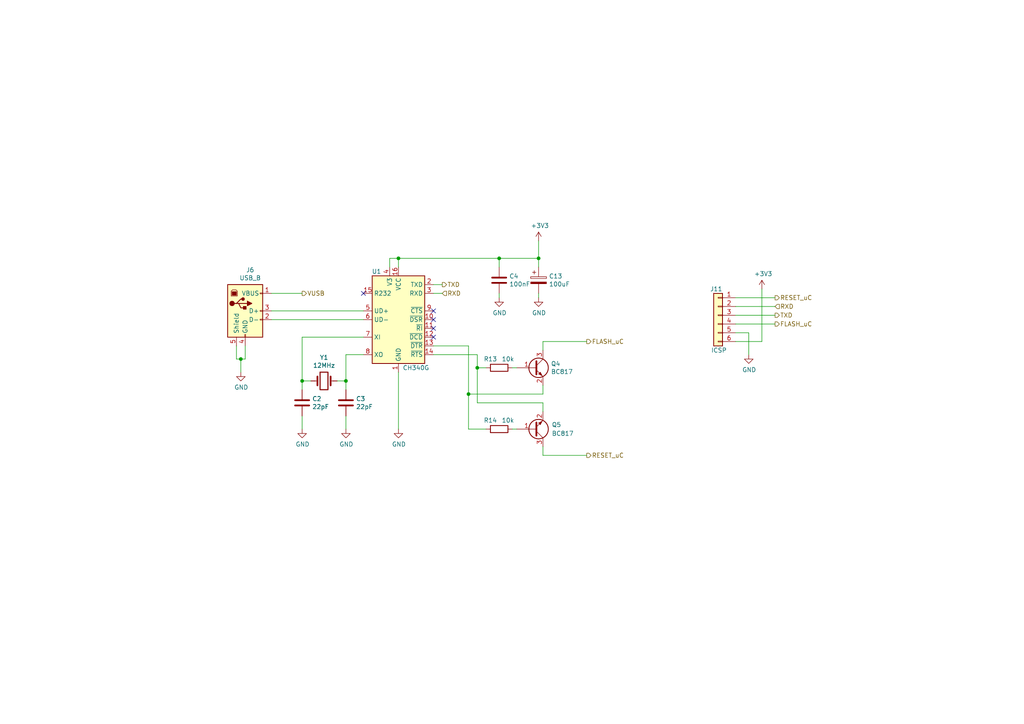
<source format=kicad_sch>
(kicad_sch (version 20211123) (generator eeschema)
  (paper "A4")
  (title_block (title "USB - UART Serial Converter") (date "2021-06-10") (rev "0.1") (comment 1 "https://github.com/enriquewph/esp32-ups-monitor"))
  (lib_symbols
    (symbol "Connector:USB_B" (pin_names (offset 1.016))
      (property "Reference" "J" (at -5.08 11.43 0))
      (property "Value" "USB_B" (at -5.08 8.89 0))
      (symbol "USB_B_0_1"
        (rectangle (start -5.08 -7.62) (end 5.08 7.62) (stroke (width 0.254)) (fill (type background)))
        (circle (center -3.81 2.159) (radius 0.635) (stroke (width 0.254)) (fill (type outline)))
        (rectangle (start -3.81 5.588) (end -2.54 4.572) (fill (type outline)))
        (circle (center -0.635 3.429) (radius 0.381) (stroke (width 0.254)) (fill (type outline)))
        (rectangle (start -0.127 -7.62) (end 0.127 -6.858))
        (polyline (pts (xy -1.905 2.159) (xy 0.635 2.159)) (stroke (width 0.254)))
        (polyline (pts (xy -3.175 2.159) (xy -2.54 2.159) (xy -1.27 3.429) (xy -0.635 3.429)) (stroke (width 0.254)))
        (polyline (pts (xy -2.54 2.159) (xy -1.905 2.159) (xy -1.27 0.889) (xy 0 0.889)) (stroke (width 0.254)))
        (polyline (pts (xy 0.635 2.794) (xy 0.635 1.524) (xy 1.905 2.159) (xy 0.635 2.794)) (stroke (width 0.254)) (fill (type outline)))
        (polyline (pts (xy -4.064 4.318) (xy -2.286 4.318) (xy -2.286 5.715) (xy -2.667 6.096) (xy -3.683 6.096) (xy -4.064 5.715) (xy -4.064 4.318)))
        (rectangle (start 0.254 1.27) (end -0.508 0.508) (stroke (width 0.254)) (fill (type outline)))
        (rectangle (start 5.08 -2.667) (end 4.318 -2.413))
        (rectangle (start 5.08 -0.127) (end 4.318 0.127))
        (rectangle (start 5.08 4.953) (end 4.318 5.207))
      )
      (symbol "USB_B_1_1"
        (pin power_out line (at 7.62 5.08 180) (length 2.54) (name "VBUS") (number "1"))
        (pin bidirectional line (at 7.62 -2.54 180) (length 2.54) (name "D-") (number "2"))
        (pin bidirectional line (at 7.62 0 180) (length 2.54) (name "D+") (number "3"))
        (pin power_out line (at 0 -10.16 90) (length 2.54) (name "GND") (number "4"))
        (pin passive line (at -2.54 -10.16 90) (length 2.54) (name "Shield") (number "5"))
      )
    )
    (symbol "Connector_Generic:Conn_01x06" (pin_names (offset 1.016) hide)
      (property "Reference" "J" (at 0 7.62 0))
      (property "Value" "Conn_01x06" (at 0 -10.16 0))
      (symbol "Conn_01x06_1_1"
        (rectangle (start -1.27 -7.493) (end 0 -7.747) (stroke (width 0.1524)))
        (rectangle (start -1.27 -4.953) (end 0 -5.207) (stroke (width 0.1524)))
        (rectangle (start -1.27 -2.413) (end 0 -2.667) (stroke (width 0.1524)))
        (rectangle (start -1.27 0.127) (end 0 -0.127) (stroke (width 0.1524)))
        (rectangle (start -1.27 2.667) (end 0 2.413) (stroke (width 0.1524)))
        (rectangle (start -1.27 5.207) (end 0 4.953) (stroke (width 0.1524)))
        (rectangle (start -1.27 6.35) (end 1.27 -8.89) (stroke (width 0.254)) (fill (type background)))
        (pin passive line (at -5.08 5.08 0) (length 3.81) (name "Pin_1") (number "1"))
        (pin passive line (at -5.08 2.54 0) (length 3.81) (name "Pin_2") (number "2"))
        (pin passive line (at -5.08 0 0) (length 3.81) (name "Pin_3") (number "3"))
        (pin passive line (at -5.08 -2.54 0) (length 3.81) (name "Pin_4") (number "4"))
        (pin passive line (at -5.08 -5.08 0) (length 3.81) (name "Pin_5") (number "5"))
        (pin passive line (at -5.08 -7.62 0) (length 3.81) (name "Pin_6") (number "6"))
      )
    )
    (symbol "Device:C" (pin_numbers hide) (pin_names (offset 0.254))
      (property "Reference" "C" (at 0.635 2.54 0))
      (property "Value" "C" (at 0.635 -2.54 0))
      (symbol "C_0_1"
        (polyline (pts (xy -2.032 -0.762) (xy 2.032 -0.762)) (stroke (width 0.508)))
        (polyline (pts (xy -2.032 0.762) (xy 2.032 0.762)) (stroke (width 0.508)))
      )
      (symbol "C_1_1"
        (pin passive line (at 0 3.81 270) (length 2.794) (name "~") (number "1"))
        (pin passive line (at 0 -3.81 90) (length 2.794) (name "~") (number "2"))
      )
    )
    (symbol "Device:Crystal" (pin_numbers hide) (pin_names (offset 1.016) hide)
      (property "Reference" "Y" (at 0 3.81 0))
      (property "Value" "Crystal" (at 0 -3.81 0))
      (symbol "Crystal_0_1"
        (rectangle (start -1.143 2.54) (end 1.143 -2.54) (stroke (width 0.3048)))
        (polyline (pts (xy -2.54 0) (xy -1.905 0)))
        (polyline (pts (xy -1.905 -1.27) (xy -1.905 1.27)) (stroke (width 0.508)))
        (polyline (pts (xy 1.905 -1.27) (xy 1.905 1.27)) (stroke (width 0.508)))
        (polyline (pts (xy 2.54 0) (xy 1.905 0)))
      )
      (symbol "Crystal_1_1"
        (pin passive line (at -3.81 0 0) (length 1.27) (name "1") (number "1"))
        (pin passive line (at 3.81 0 180) (length 1.27) (name "2") (number "2"))
      )
    )
    (symbol "Device:R" (pin_numbers hide) (pin_names (offset 0))
      (property "Reference" "R" (at 2.032 0 90))
      (property "Value" "R" (at 0 0 90))
      (symbol "R_0_1"
        (rectangle (start -1.016 -2.54) (end 1.016 2.54) (stroke (width 0.254)))
      )
      (symbol "R_1_1"
        (pin passive line (at 0 3.81 270) (length 1.27) (name "~") (number "1"))
        (pin passive line (at 0 -3.81 90) (length 1.27) (name "~") (number "2"))
      )
    )
    (symbol "Interface_USB:CH340G"
      (property "Reference" "U" (at -5.08 13.97 0))
      (property "Value" "CH340G" (at 1.27 13.97 0))
      (symbol "CH340G_0_1"
        (rectangle (start -7.62 12.7) (end 7.62 -12.7) (stroke (width 0.254)) (fill (type background)))
      )
      (symbol "CH340G_1_1"
        (pin power_in line (at 0 -15.24 90) (length 2.54) (name "GND") (number "1"))
        (pin input line (at 10.16 0 180) (length 2.54) (name "~{DSR}") (number "10"))
        (pin input line (at 10.16 -2.54 180) (length 2.54) (name "~{RI}") (number "11"))
        (pin input line (at 10.16 -5.08 180) (length 2.54) (name "~{DCD}") (number "12"))
        (pin output line (at 10.16 -7.62 180) (length 2.54) (name "~{DTR}") (number "13"))
        (pin output line (at 10.16 -10.16 180) (length 2.54) (name "~{RTS}") (number "14"))
        (pin input line (at -10.16 7.62 0) (length 2.54) (name "R232") (number "15"))
        (pin power_in line (at 0 15.24 270) (length 2.54) (name "VCC") (number "16"))
        (pin output line (at 10.16 10.16 180) (length 2.54) (name "TXD") (number "2"))
        (pin input line (at 10.16 7.62 180) (length 2.54) (name "RXD") (number "3"))
        (pin passive line (at -2.54 15.24 270) (length 2.54) (name "V3") (number "4"))
        (pin bidirectional line (at -10.16 2.54 0) (length 2.54) (name "UD+") (number "5"))
        (pin bidirectional line (at -10.16 0 0) (length 2.54) (name "UD-") (number "6"))
        (pin input line (at -10.16 -5.08 0) (length 2.54) (name "XI") (number "7"))
        (pin output line (at -10.16 -10.16 0) (length 2.54) (name "XO") (number "8"))
        (pin input line (at 10.16 2.54 180) (length 2.54) (name "~{CTS}") (number "9"))
      )
    )
    (symbol "Transistor_BJT:BC817" (pin_names (offset 0) hide)
      (property "Reference" "Q" (at 5.08 1.905 0))
      (property "Value" "BC817" (at 5.08 0 0))
      (symbol "BC817_0_1"
        (polyline (pts (xy 0.635 0.635) (xy 2.54 2.54)))
        (polyline (pts (xy 0.635 -0.635) (xy 2.54 -2.54) (xy 2.54 -2.54)))
        (polyline (pts (xy 0.635 1.905) (xy 0.635 -1.905) (xy 0.635 -1.905)) (stroke (width 0.508)))
        (polyline (pts (xy 1.27 -1.778) (xy 1.778 -1.27) (xy 2.286 -2.286) (xy 1.27 -1.778) (xy 1.27 -1.778)) (fill (type outline)))
        (circle (center 1.27 0) (radius 2.8194) (stroke (width 0.254)))
      )
      (symbol "BC817_1_1"
        (pin input line (at -5.08 0 0) (length 5.715) (name "B") (number "1"))
        (pin passive line (at 2.54 -5.08 90) (length 2.54) (name "E") (number "2"))
        (pin passive line (at 2.54 5.08 270) (length 2.54) (name "C") (number "3"))
      )
    )
    (symbol "kicad-rescue:CP-Device" (pin_numbers hide) (pin_names (offset 0.254))
      (property "Reference" "C" (at 0.635 2.54 0))
      (property "Value" "CP-Device" (at 0.635 -2.54 0))
      (symbol "CP-Device_0_1"
        (rectangle (start -2.286 0.508) (end 2.286 1.016))
        (polyline (pts (xy -1.778 2.286) (xy -0.762 2.286)))
        (polyline (pts (xy -1.27 2.794) (xy -1.27 1.778)))
        (rectangle (start 2.286 -0.508) (end -2.286 -1.016) (fill (type outline)))
      )
      (symbol "CP-Device_1_1"
        (pin passive line (at 0 3.81 270) (length 2.794) (name "~") (number "1"))
        (pin passive line (at 0 -3.81 90) (length 2.794) (name "~") (number "2"))
      )
    )
    (symbol "power:+3V3" (power) (pin_names (offset 0))
      (property "Value" "+3V3" (at 0 3.556 0))
      (symbol "+3V3_0_1"
        (polyline (pts (xy -0.762 1.27) (xy 0 2.54)))
        (polyline (pts (xy 0 0) (xy 0 2.54)))
        (polyline (pts (xy 0 2.54) (xy 0.762 1.27)))
      )
      (symbol "+3V3_1_1"
        (pin power_in line (at 0 0 90) (length 0) hide (name "+3V3") (number "1"))
      )
    )
    (symbol "power:GND" (power) (pin_names (offset 0))
      (property "Value" "GND" (at 0 -3.81 0))
      (symbol "GND_0_1"
        (polyline (pts (xy 0 0) (xy 0 -1.27) (xy 1.27 -1.27) (xy 0 -2.54) (xy -1.27 -1.27) (xy 0 -1.27)))
      )
      (symbol "GND_1_1"
        (pin power_in line (at 0 0 270) (length 0) hide (name "GND") (number "1"))
      )
    )
  )
  (junction (at 138.43 106.68))
  (junction (at 115.57 74.93))
  (junction (at 135.89 114.3))
  (junction (at 156.21 74.93))
  (junction (at 144.78 74.93))
  (junction (at 87.63 110.49))
  (junction (at 100.33 110.49))
  (junction (at 69.85 104.14))
  (no_connect (at 125.73 95.25))
  (no_connect (at 125.73 90.17))
  (no_connect (at 125.73 97.79))
  (no_connect (at 125.73 92.71))
  (no_connect (at 105.41 85.09))
  (wire (pts (xy 78.74 90.17) (xy 105.41 90.17)))
  (wire (pts (xy 144.78 77.47) (xy 144.78 74.93)))
  (wire (pts (xy 125.73 102.87) (xy 138.43 102.87)))
  (wire (pts (xy 157.48 132.08) (xy 157.48 129.54)))
  (wire (pts (xy 170.18 99.06) (xy 157.48 99.06)))
  (wire (pts (xy 144.78 86.36) (xy 144.78 85.09)))
  (wire (pts (xy 138.43 106.68) (xy 140.97 106.68)))
  (wire (pts (xy 157.48 99.06) (xy 157.48 101.6)))
  (wire (pts (xy 128.27 85.09) (xy 125.73 85.09)))
  (wire (pts (xy 140.97 124.46) (xy 135.89 124.46)))
  (wire (pts (xy 217.17 96.52) (xy 217.17 102.87)))
  (wire (pts (xy 135.89 114.3) (xy 135.89 100.33)))
  (wire (pts (xy 149.86 124.46) (xy 148.59 124.46)))
  (wire (pts (xy 68.58 100.33) (xy 68.58 104.14)))
  (wire (pts (xy 68.58 104.14) (xy 69.85 104.14)))
  (wire (pts (xy 115.57 74.93) (xy 115.57 77.47)))
  (wire (pts (xy 87.63 110.49) (xy 90.17 110.49)))
  (wire (pts (xy 100.33 110.49) (xy 100.33 102.87)))
  (wire (pts (xy 115.57 74.93) (xy 144.78 74.93)))
  (wire (pts (xy 156.21 77.47) (xy 156.21 74.93)))
  (wire (pts (xy 113.03 77.47) (xy 113.03 74.93)))
  (wire (pts (xy 100.33 124.46) (xy 100.33 120.65)))
  (wire (pts (xy 144.78 74.93) (xy 156.21 74.93)))
  (wire (pts (xy 157.48 114.3) (xy 157.48 111.76)))
  (wire (pts (xy 157.48 116.84) (xy 138.43 116.84)))
  (wire (pts (xy 87.63 97.79) (xy 105.41 97.79)))
  (wire (pts (xy 149.86 106.68) (xy 148.59 106.68)))
  (wire (pts (xy 100.33 102.87) (xy 105.41 102.87)))
  (wire (pts (xy 213.36 96.52) (xy 217.17 96.52)))
  (wire (pts (xy 213.36 91.44) (xy 224.79 91.44)))
  (wire (pts (xy 125.73 82.55) (xy 128.27 82.55)))
  (wire (pts (xy 220.98 99.06) (xy 220.98 83.82)))
  (wire (pts (xy 69.85 107.95) (xy 69.85 104.14)))
  (wire (pts (xy 135.89 100.33) (xy 125.73 100.33)))
  (wire (pts (xy 156.21 69.85) (xy 156.21 74.93)))
  (wire (pts (xy 157.48 119.38) (xy 157.48 116.84)))
  (wire (pts (xy 87.63 110.49) (xy 87.63 97.79)))
  (wire (pts (xy 135.89 114.3) (xy 157.48 114.3)))
  (wire (pts (xy 213.36 93.98) (xy 224.79 93.98)))
  (wire (pts (xy 170.18 132.08) (xy 157.48 132.08)))
  (wire (pts (xy 156.21 86.36) (xy 156.21 85.09)))
  (wire (pts (xy 69.85 104.14) (xy 71.12 104.14)))
  (wire (pts (xy 105.41 92.71) (xy 78.74 92.71)))
  (wire (pts (xy 87.63 113.03) (xy 87.63 110.49)))
  (wire (pts (xy 100.33 110.49) (xy 97.79 110.49)))
  (wire (pts (xy 213.36 99.06) (xy 220.98 99.06)))
  (wire (pts (xy 113.03 74.93) (xy 115.57 74.93)))
  (wire (pts (xy 213.36 88.9) (xy 224.79 88.9)))
  (wire (pts (xy 138.43 116.84) (xy 138.43 106.68)))
  (wire (pts (xy 115.57 124.46) (xy 115.57 107.95)))
  (wire (pts (xy 87.63 85.09) (xy 78.74 85.09)))
  (wire (pts (xy 138.43 102.87) (xy 138.43 106.68)))
  (wire (pts (xy 135.89 124.46) (xy 135.89 114.3)))
  (wire (pts (xy 213.36 86.36) (xy 224.79 86.36)))
  (wire (pts (xy 71.12 104.14) (xy 71.12 100.33)))
  (wire (pts (xy 87.63 124.46) (xy 87.63 120.65)))
  (wire (pts (xy 100.33 113.03) (xy 100.33 110.49)))
  (hierarchical_label "RESET_uC" (shape output) (at 170.18 132.08 0))
  (hierarchical_label "VUSB" (shape output) (at 87.63 85.09 0))
  (hierarchical_label "RESET_uC" (shape output) (at 224.79 86.36 0))
  (hierarchical_label "RXD" (shape input) (at 224.79 88.9 0))
  (hierarchical_label "TXD" (shape output) (at 224.79 91.44 0))
  (hierarchical_label "TXD" (shape output) (at 128.27 82.55 0))
  (hierarchical_label "RXD" (shape input) (at 128.27 85.09 0))
  (hierarchical_label "FLASH_uC" (shape output) (at 224.79 93.98 0))
  (hierarchical_label "FLASH_uC" (shape output) (at 170.18 99.06 0))
  (symbol (lib_id "Connector_Generic:Conn_01x06") (at 208.28 91.44 0) (mirror y) (unit 1)
    (property "Reference" "J11" (at 209.55 83.82 0) (effects (justify left)))
    (property "Value" "ICSP" (at 210.82 101.6 0) (effects (justify left)))
    (property "Footprint" "Connector_PinSocket_2.54mm:PinSocket_1x06_P2.54mm_Vertical" (effects hide))
  )
  (symbol (lib_id "power:GND") (at 217.17 102.87 0) (unit 1)
    (property "Reference" "#PWR02" (effects hide))
    (property "Value" "GND" (at 217.297 107.2642 0))
  )
  (symbol (lib_id "power:+3V3") (at 220.98 83.82 0) (unit 1)
    (property "Reference" "#PWR03" (effects hide))
    (property "Value" "+3V3" (at 221.361 79.4258 0))
  )
  (symbol (lib_id "Interface_USB:CH340G") (at 115.57 92.71 0) (unit 1)
    (property "Reference" "U1" (at 109.22 78.74 0))
    (property "Value" "CH340G" (at 120.65 106.68 0))
    (property "Footprint" "Package_SO:SOIC-16_3.9x9.9mm_P1.27mm" (effects hide))
    (property "Datasheet" "https://cdn.sparkfun.com/datasheets/Dev/Arduino/Other/CH340DS1.PDF" (effects hide))
    (property "manf#" "CH340G" (effects hide))
  )
  (symbol (lib_id "Device:C") (at 87.63 116.84 0) (unit 1)
    (property "Reference" "C2" (at 90.551 115.6716 0) (effects (justify left)))
    (property "Value" "22pF" (at 90.551 117.983 0) (effects (justify left)))
    (property "Footprint" "Capacitor_SMD:C_1206_3216Metric_Pad1.33x1.80mm_HandSolder" (effects hide))
    (property "Datasheet" "https://www.yageo.com/upload/media/product/productsearch/datasheet/mlcc/UPY-GP_NP0_16V-to-50V_18.pdf" (effects hide))
    (property "manf#" "CC1206KRNPO9BN220" (effects hide))
  )
  (symbol (lib_id "Device:Crystal") (at 93.98 110.49 0) (unit 1)
    (property "Reference" "Y1" (at 93.98 103.6828 0))
    (property "Value" "12MHz" (at 93.98 105.9942 0))
    (property "Footprint" "Crystal:Crystal_HC49-4H_Vertical" (effects hide))
    (property "Datasheet" "https://abracon.com/Resonators/ABL.pdf" (effects hide))
    (property "manf#" "ABL-12.000MHZ-N2X-T" (effects hide))
  )
  (symbol (lib_id "Device:C") (at 100.33 116.84 0) (unit 1)
    (property "Reference" "C3" (at 103.251 115.6716 0) (effects (justify left)))
    (property "Value" "22pF" (at 103.251 117.983 0) (effects (justify left)))
    (property "Footprint" "Capacitor_SMD:C_1206_3216Metric_Pad1.33x1.80mm_HandSolder" (effects hide))
    (property "Datasheet" "https://www.yageo.com/upload/media/product/productsearch/datasheet/mlcc/UPY-GP_NP0_16V-to-50V_18.pdf" (effects hide))
    (property "manf#" "CC1206KRNPO9BN220" (effects hide))
  )
  (symbol (lib_id "power:GND") (at 115.57 124.46 0) (unit 1)
    (property "Reference" "#PWR0114" (effects hide))
    (property "Value" "GND" (at 115.697 128.8542 0))
  )
  (symbol (lib_id "power:GND") (at 100.33 124.46 0) (unit 1)
    (property "Reference" "#PWR0115" (effects hide))
    (property "Value" "GND" (at 100.457 128.8542 0))
  )
  (symbol (lib_id "power:GND") (at 87.63 124.46 0) (unit 1)
    (property "Reference" "#PWR0116" (effects hide))
    (property "Value" "GND" (at 87.757 128.8542 0))
  )
  (symbol (lib_id "power:+3V3") (at 156.21 69.85 0) (unit 1)
    (property "Reference" "#PWR0117" (effects hide))
    (property "Value" "+3V3" (at 156.591 65.4558 0))
  )
  (symbol (lib_id "Connector:USB_B") (at 71.12 90.17 0) (unit 1)
    (property "Reference" "J6" (at 72.5678 78.3082 0))
    (property "Value" "USB_B" (at 72.5678 80.6196 0))
    (property "Footprint" "libs:USB-B-VERTICAL-SMD&THT" (effects hide))
    (property "Datasheet" "https://www.te.com/commerce/DocumentDelivery/DDEController?Action=srchrtrv&DocNm=5787834&DocType=Customer+Drawing&DocLang=English" (effects hide))
    (property "manf#" "5787834-1" (effects hide))
  )
  (symbol (lib_id "power:GND") (at 69.85 107.95 0) (unit 1)
    (property "Reference" "#PWR0118" (effects hide))
    (property "Value" "GND" (at 69.977 112.3442 0))
  )
  (symbol (lib_id "Device:C") (at 144.78 81.28 0) (unit 1)
    (property "Reference" "C4" (at 147.701 80.1116 0) (effects (justify left)))
    (property "Value" "100nF" (at 147.701 82.423 0) (effects (justify left)))
    (property "Footprint" "Capacitor_SMD:C_1206_3216Metric_Pad1.33x1.80mm_HandSolder" (effects hide))
    (property "Datasheet" "https://www.yageo.com/upload/media/product/productsearch/datasheet/mlcc/UPY-GPHC_X7R_6.3V-to-50V_18.pdf" (effects hide))
    (property "Voltage" "50V" (effects hide))
    (property "manf#" "CC1206KRX7R9BB104" (effects hide))
  )
  (symbol (lib_id "power:GND") (at 144.78 86.36 0) (unit 1)
    (property "Reference" "#PWR0119" (effects hide))
    (property "Value" "GND" (at 144.907 90.7542 0))
  )
  (symbol (lib_id "power:GND") (at 156.21 86.36 0) (unit 1)
    (property "Reference" "#PWR0120" (effects hide))
    (property "Value" "GND" (at 156.337 90.7542 0))
  )
  (symbol (lib_id "kicad-rescue:CP-Device") (at 156.21 81.28 0) (unit 1)
    (property "Reference" "C13" (at 159.2072 80.1116 0) (effects (justify left)))
    (property "Value" "100uF" (at 159.2072 82.423 0) (effects (justify left)))
    (property "Footprint" "Capacitor_THT:CP_Radial_D6.3mm_P2.50mm" (effects hide))
    (property "Datasheet" "https://industrial.panasonic.com/ww/products/capacitors/aluminum-capacitors/aluminum-cap-lead/models/ECEA1CKA101B" (effects hide))
    (property "Voltage" "16V" (effects hide))
    (property "manf#" "ECE-A1CKA101B" (effects hide))
  )
  (symbol (lib_id "Device:R") (at 144.78 106.68 270) (unit 1)
    (property "Reference" "R13" (at 142.24 104.14 90))
    (property "Value" "10k" (at 147.32 104.14 90))
    (property "Footprint" "Resistor_SMD:R_1206_3216Metric" (effects hide))
    (property "Datasheet" "https://www.yageo.com/upload/media/product/productsearch/datasheet/rchip/PYu-RC_Group_51_RoHS_L_11.pdf" (effects hide))
    (property "manf#" "RC1206FR-0710KL" (effects hide))
  )
  (symbol (lib_id "Transistor_BJT:BC817") (at 154.94 106.68 0) (unit 1)
    (property "Reference" "Q4" (at 159.7914 105.5116 0) (effects (justify left)))
    (property "Value" "BC817" (at 159.7914 107.823 0) (effects (justify left)))
    (property "Footprint" "Package_TO_SOT_SMD:SOT-23" (effects hide))
    (property "Datasheet" "https://www.onsemi.com/pub/Collateral/BC817-16LT1-D.PDF" (effects hide))
    (property "manf#" "SBC817-40LT1G" (effects hide))
  )
  (symbol (lib_id "Device:R") (at 144.78 124.46 270) (unit 1)
    (property "Reference" "R14" (at 142.24 121.92 90))
    (property "Value" "10k" (at 147.32 121.92 90))
    (property "Footprint" "Resistor_SMD:R_1206_3216Metric" (effects hide))
    (property "Datasheet" "https://www.yageo.com/upload/media/product/productsearch/datasheet/rchip/PYu-RC_Group_51_RoHS_L_11.pdf" (effects hide))
    (property "manf#" "RC1206FR-0710KL" (effects hide))
  )
  (symbol (lib_id "Transistor_BJT:BC817") (at 154.94 124.46 0) (mirror x) (unit 1)
    (property "Reference" "Q5" (at 160.02 123.19 0) (effects (justify left)))
    (property "Value" "BC817" (at 160.02 125.73 0) (effects (justify left)))
    (property "Footprint" "Package_TO_SOT_SMD:SOT-23" (effects hide))
    (property "Datasheet" "https://www.onsemi.com/pub/Collateral/BC817-16LT1-D.PDF" (effects hide))
    (property "manf#" "SBC817-40LT1G" (effects hide))
  )
)
</source>
